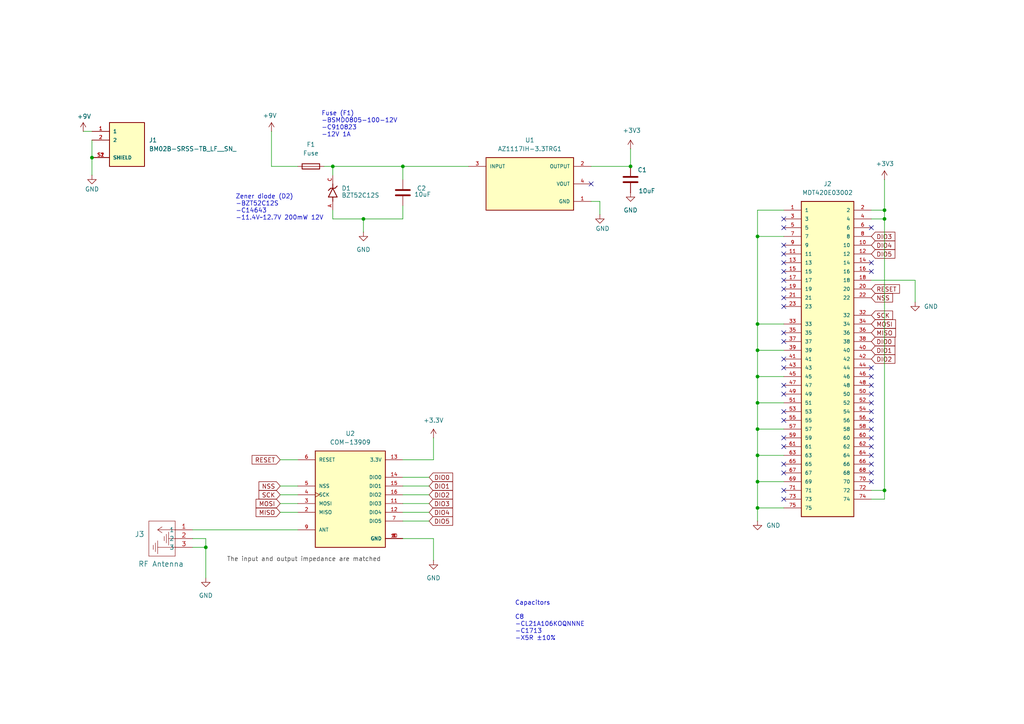
<source format=kicad_sch>
(kicad_sch (version 20231120) (generator "eeschema") (generator_version "8.0")
  (paper "A4")
  (title_block (title "Wireles MBuS Module") (date "2024-11-26") (rev "v0.0.1") (company "Abstract Machines") (comment 1 "Designed By: Rodney Osodo") (comment 2 "Approved By:"))
  (lib_symbols
    (symbol "2024-10-22_09-22-32:CONUFL001-SMD-T" (pin_names (offset 0.254))
      (property "Reference" "J" (at 8.89 6.35 0))
      (property "Value" "CONUFL001-SMD-T" (at 0 0 0))
      (symbol "CONUFL001-SMD-T_1_1"
        (polyline (pts (xy 5.08 -7.62) (xy 12.7 -7.62)) (stroke (width 0.127)))
        (polyline (pts (xy 5.08 -5.08) (xy 10.16 -5.08)) (stroke (width 0.127)))
        (polyline (pts (xy 5.08 -2.54) (xy 6.985 -2.54)) (stroke (width 0.127)))
        (polyline (pts (xy 5.08 2.54) (xy 5.08 -7.62)) (stroke (width 0.127)))
        (polyline (pts (xy 6.985 -0.635) (xy 6.985 -4.445)) (stroke (width 0.127)))
        (polyline (pts (xy 7.62 -1.27) (xy 7.62 -3.81)) (stroke (width 0.127)))
        (polyline (pts (xy 8.255 -1.905) (xy 8.255 -3.175)) (stroke (width 0.127)))
        (polyline (pts (xy 10.16 -3.175) (xy 10.16 -6.985)) (stroke (width 0.127)))
        (polyline (pts (xy 10.16 0) (xy 5.08 0)) (stroke (width 0.127)))
        (polyline (pts (xy 10.16 0) (xy 8.89 -0.8467)) (stroke (width 0.127)))
        (polyline (pts (xy 10.16 0) (xy 8.89 0.8467)) (stroke (width 0.127)))
        (polyline (pts (xy 10.795 -3.81) (xy 10.795 -6.35)) (stroke (width 0.127)))
        (polyline (pts (xy 11.43 -4.445) (xy 11.43 -5.715)) (stroke (width 0.127)))
        (polyline (pts (xy 12.7 -7.62) (xy 12.7 2.54)) (stroke (width 0.127)))
        (polyline (pts (xy 12.7 2.54) (xy 5.08 2.54)) (stroke (width 0.127)))
        (pin unspecified line (at 0 0 0) (length 5.08) (name "1") (number "1"))
        (pin unspecified line (at 0 -2.54 0) (length 5.08) (name "2") (number "2"))
        (pin unspecified line (at 0 -5.08 0) (length 5.08) (name "3") (number "3"))
      )
      (symbol "CONUFL001-SMD-T_1_2"
        (polyline (pts (xy 5.08 -7.62) (xy 12.7 -7.62)) (stroke (width 0.127)))
        (polyline (pts (xy 5.08 -5.08) (xy 10.16 -5.08)) (stroke (width 0.127)))
        (polyline (pts (xy 5.08 -2.54) (xy 6.985 -2.54)) (stroke (width 0.127)))
        (polyline (pts (xy 5.08 2.54) (xy 5.08 -7.62)) (stroke (width 0.127)))
        (polyline (pts (xy 6.985 -0.635) (xy 6.985 -4.445)) (stroke (width 0.127)))
        (polyline (pts (xy 7.62 -1.27) (xy 7.62 -3.81)) (stroke (width 0.127)))
        (polyline (pts (xy 7.62 0) (xy 5.08 0)) (stroke (width 0.127)))
        (polyline (pts (xy 7.62 0) (xy 8.89 -0.8467)) (stroke (width 0.127)))
        (polyline (pts (xy 7.62 0) (xy 8.89 0.8467)) (stroke (width 0.127)))
        (polyline (pts (xy 8.255 -1.905) (xy 8.255 -3.175)) (stroke (width 0.127)))
        (polyline (pts (xy 10.16 -3.175) (xy 10.16 -6.985)) (stroke (width 0.127)))
        (polyline (pts (xy 10.795 -3.81) (xy 10.795 -6.35)) (stroke (width 0.127)))
        (polyline (pts (xy 11.43 -4.445) (xy 11.43 -5.715)) (stroke (width 0.127)))
        (polyline (pts (xy 12.7 -7.62) (xy 12.7 2.54)) (stroke (width 0.127)))
        (polyline (pts (xy 12.7 2.54) (xy 5.08 2.54)) (stroke (width 0.127)))
        (pin unspecified line (at 0 0 0) (length 5.08) (name "1") (number "1"))
        (pin unspecified line (at 0 -2.54 0) (length 5.08) (name "2") (number "2"))
        (pin unspecified line (at 0 -5.08 0) (length 5.08) (name "3") (number "3"))
      )
    )
    (symbol "AZ1117IH-3.3TRG1:AZ1117IH-3.3TRG1" (pin_names (offset 1.016))
      (property "Reference" "U" (at -12.7 8.128 0))
      (property "Value" "AZ1117IH-3.3TRG1" (at -12.7 -10.16 0))
      (symbol "AZ1117IH-3.3TRG1_0_0"
        (rectangle (start -12.7 -7.62) (end 12.7 7.62) (stroke (width 0.254)) (fill (type background)))
        (pin power_in line (at 17.78 -5.08 180) (length 5.08) (name "GND") (number "1"))
        (pin output line (at 17.78 5.08 180) (length 5.08) (name "OUTPUT") (number "2"))
        (pin input line (at -17.78 5.08 0) (length 5.08) (name "INPUT") (number "3"))
        (pin output line (at 17.78 0 180) (length 5.08) (name "VOUT") (number "4"))
      )
    )
    (symbol "BM02B-SRSS-TB_LF__SN_:BM02B-SRSS-TB_LF__SN_" (pin_names (offset 1.016))
      (property "Reference" "J" (at -5.08 8.382 0))
      (property "Value" "BM02B-SRSS-TB_LF__SN_" (at -5.08 -7.62 0))
      (symbol "BM02B-SRSS-TB_LF__SN__0_0"
        (rectangle (start -5.08 -5.08) (end 5.08 7.62) (stroke (width 0.254)) (fill (type background)))
        (pin passive line (at -10.16 5.08 0) (length 5.08) (name "1") (number "1"))
        (pin passive line (at -10.16 2.54 0) (length 5.08) (name "2") (number "2"))
        (pin passive line (at -10.16 -2.54 0) (length 5.08) (name "SHIELD") (number "S1"))
        (pin passive line (at -10.16 -2.54 0) (length 5.08) (name "SHIELD") (number "S2"))
      )
    )
    (symbol "BZT52C12S:BZT52C12S" (pin_names (offset 1.016))
      (property "Reference" "D" (at -5.08 2.54 0))
      (property "Value" "BZT52C12S" (at -5.08 -3.81 0))
      (symbol "BZT52C12S_0_0"
        (polyline (pts (xy -2.54 0) (xy -1.27 0)) (stroke (width 0.254)))
        (polyline (pts (xy -1.27 -1.27) (xy 1.27 0)) (stroke (width 0.254)))
        (polyline (pts (xy -1.27 0) (xy -1.27 -1.27)) (stroke (width 0.254)))
        (polyline (pts (xy -1.27 1.27) (xy -1.27 0)) (stroke (width 0.254)))
        (polyline (pts (xy 0.635 1.27) (xy 1.27 0.635)) (stroke (width 0.254)))
        (polyline (pts (xy 1.27 -0.635) (xy 1.905 -1.27)) (stroke (width 0.254)))
        (polyline (pts (xy 1.27 0) (xy -1.27 1.27)) (stroke (width 0.254)))
        (polyline (pts (xy 1.27 0) (xy 1.27 -0.635)) (stroke (width 0.254)))
        (polyline (pts (xy 1.27 0.635) (xy 1.27 0)) (stroke (width 0.254)))
        (polyline (pts (xy 2.54 0) (xy 1.27 0)) (stroke (width 0.254)))
        (pin passive line (at -5.08 0 0) (length 2.54) (name "~") (number "A"))
        (pin passive line (at 5.08 0 180) (length 2.54) (name "~") (number "C"))
      )
    )
    (symbol "COM-13909:COM-13909" (pin_names (offset 1.016))
      (property "Reference" "U" (at -10.9497 13.2415 0))
      (property "Value" "COM-13909" (at -10.4265 -17.0385 0))
      (symbol "COM-13909_0_0"
        (rectangle (start -10.16 -15.24) (end 10.16 12.7) (stroke (width 0.254)) (fill (type background)))
        (pin power_in line (at 15.24 -12.7 180) (length 5.08) (name "GND") (number "1"))
        (pin power_in line (at 15.24 -12.7 180) (length 5.08) (name "GND") (number "10"))
        (pin bidirectional line (at 15.24 -2.54 180) (length 5.08) (name "DIO3") (number "11"))
        (pin bidirectional line (at 15.24 -5.08 180) (length 5.08) (name "DIO4") (number "12"))
        (pin power_in line (at 15.24 10.16 180) (length 5.08) (name "3.3V") (number "13"))
        (pin bidirectional line (at 15.24 5.08 180) (length 5.08) (name "DIO0") (number "14"))
        (pin bidirectional line (at 15.24 2.54 180) (length 5.08) (name "DIO1") (number "15"))
        (pin bidirectional line (at 15.24 0 180) (length 5.08) (name "DIO2") (number "16"))
        (pin input line (at -15.24 -5.08 0) (length 5.08) (name "MISO") (number "2"))
        (pin output line (at -15.24 -2.54 0) (length 5.08) (name "MOSI") (number "3"))
        (pin input clock (at -15.24 0 0) (length 5.08) (name "SCK") (number "4"))
        (pin input line (at -15.24 2.54 0) (length 5.08) (name "NSS") (number "5"))
        (pin bidirectional line (at -15.24 10.16 0) (length 5.08) (name "RESET") (number "6"))
        (pin bidirectional line (at 15.24 -7.62 180) (length 5.08) (name "DIO5") (number "7"))
        (pin power_in line (at 15.24 -12.7 180) (length 5.08) (name "GND") (number "8"))
        (pin bidirectional line (at -15.24 -10.16 0) (length 5.08) (name "ANT") (number "9"))
      )
    )
    (symbol "Device:C" (pin_numbers hide) (pin_names (offset 0.254))
      (property "Reference" "C" (at 0.635 2.54 0))
      (property "Value" "C" (at 0.635 -2.54 0))
      (symbol "C_0_1"
        (polyline (pts (xy -2.032 -0.762) (xy 2.032 -0.762)) (stroke (width 0.508)))
        (polyline (pts (xy -2.032 0.762) (xy 2.032 0.762)) (stroke (width 0.508)))
      )
      (symbol "C_1_1"
        (pin passive line (at 0 3.81 270) (length 2.794) (name "~") (number "1"))
        (pin passive line (at 0 -3.81 90) (length 2.794) (name "~") (number "2"))
      )
    )
    (symbol "Device:Fuse" (pin_numbers hide) (pin_names (offset 0))
      (property "Reference" "F" (at 2.032 0 90))
      (property "Value" "Fuse" (at -1.905 0 90))
      (symbol "Fuse_0_1"
        (rectangle (start -0.762 -2.54) (end 0.762 2.54) (stroke (width 0.254)))
        (polyline (pts (xy 0 2.54) (xy 0 -2.54)))
      )
      (symbol "Fuse_1_1"
        (pin passive line (at 0 3.81 270) (length 1.27) (name "~") (number "1"))
        (pin passive line (at 0 -3.81 90) (length 1.27) (name "~") (number "2"))
      )
    )
    (symbol "MDT420E03002:MDT420E03002" (pin_names (offset 1.016))
      (property "Reference" "J" (at -7.62 46.482 0))
      (property "Value" "MDT420E03002" (at -7.62 -48.26 0))
      (symbol "MDT420E03002_0_0"
        (rectangle (start -7.62 -45.72) (end 7.62 45.72) (stroke (width 0.254)) (fill (type background)))
        (pin passive line (at -12.7 43.18 0) (length 5.08) (name "1") (number "1"))
        (pin passive line (at 12.7 33.02 180) (length 5.08) (name "10") (number "10"))
        (pin passive line (at -12.7 30.48 0) (length 5.08) (name "11") (number "11"))
        (pin passive line (at 12.7 30.48 180) (length 5.08) (name "12") (number "12"))
        (pin passive line (at -12.7 27.94 0) (length 5.08) (name "13") (number "13"))
        (pin passive line (at 12.7 27.94 180) (length 5.08) (name "14") (number "14"))
        (pin passive line (at -12.7 25.4 0) (length 5.08) (name "15") (number "15"))
        (pin passive line (at 12.7 25.4 180) (length 5.08) (name "16") (number "16"))
        (pin passive line (at -12.7 22.86 0) (length 5.08) (name "17") (number "17"))
        (pin passive line (at 12.7 22.86 180) (length 5.08) (name "18") (number "18"))
        (pin passive line (at -12.7 20.32 0) (length 5.08) (name "19") (number "19"))
        (pin passive line (at 12.7 43.18 180) (length 5.08) (name "2") (number "2"))
        (pin passive line (at 12.7 20.32 180) (length 5.08) (name "20") (number "20"))
        (pin passive line (at -12.7 17.78 0) (length 5.08) (name "21") (number "21"))
        (pin passive line (at 12.7 17.78 180) (length 5.08) (name "22") (number "22"))
        (pin passive line (at -12.7 15.24 0) (length 5.08) (name "23") (number "23"))
        (pin passive line (at -12.7 40.64 0) (length 5.08) (name "3") (number "3"))
        (pin passive line (at 12.7 12.7 180) (length 5.08) (name "32") (number "32"))
        (pin passive line (at -12.7 10.16 0) (length 5.08) (name "33") (number "33"))
        (pin passive line (at 12.7 10.16 180) (length 5.08) (name "34") (number "34"))
        (pin passive line (at -12.7 7.62 0) (length 5.08) (name "35") (number "35"))
        (pin passive line (at 12.7 7.62 180) (length 5.08) (name "36") (number "36"))
        (pin passive line (at -12.7 5.08 0) (length 5.08) (name "37") (number "37"))
        (pin passive line (at 12.7 5.08 180) (length 5.08) (name "38") (number "38"))
        (pin passive line (at -12.7 2.54 0) (length 5.08) (name "39") (number "39"))
        (pin passive line (at 12.7 40.64 180) (length 5.08) (name "4") (number "4"))
        (pin passive line (at 12.7 2.54 180) (length 5.08) (name "40") (number "40"))
        (pin passive line (at -12.7 0 0) (length 5.08) (name "41") (number "41"))
        (pin passive line (at 12.7 0 180) (length 5.08) (name "42") (number "42"))
        (pin passive line (at -12.7 -2.54 0) (length 5.08) (name "43") (number "43"))
        (pin passive line (at 12.7 -2.54 180) (length 5.08) (name "44") (number "44"))
        (pin passive line (at -12.7 -5.08 0) (length 5.08) (name "45") (number "45"))
        (pin passive line (at 12.7 -5.08 180) (length 5.08) (name "46") (number "46"))
        (pin passive line (at -12.7 -7.62 0) (length 5.08) (name "47") (number "47"))
        (pin passive line (at 12.7 -7.62 180) (length 5.08) (name "48") (number "48"))
        (pin passive line (at -12.7 -10.16 0) (length 5.08) (name "49") (number "49"))
        (pin passive line (at -12.7 38.1 0) (length 5.08) (name "5") (number "5"))
        (pin passive line (at 12.7 -10.16 180) (length 5.08) (name "50") (number "50"))
        (pin passive line (at -12.7 -12.7 0) (length 5.08) (name "51") (number "51"))
        (pin passive line (at 12.7 -12.7 180) (length 5.08) (name "52") (number "52"))
        (pin passive line (at -12.7 -15.24 0) (length 5.08) (name "53") (number "53"))
        (pin passive line (at 12.7 -15.24 180) (length 5.08) (name "54") (number "54"))
        (pin passive line (at -12.7 -17.78 0) (length 5.08) (name "55") (number "55"))
        (pin passive line (at 12.7 -17.78 180) (length 5.08) (name "56") (number "56"))
        (pin passive line (at -12.7 -20.32 0) (length 5.08) (name "57") (number "57"))
        (pin passive line (at 12.7 -20.32 180) (length 5.08) (name "58") (number "58"))
        (pin passive line (at -12.7 -22.86 0) (length 5.08) (name "59") (number "59"))
        (pin passive line (at 12.7 38.1 180) (length 5.08) (name "6") (number "6"))
        (pin passive line (at 12.7 -22.86 180) (length 5.08) (name "60") (number "60"))
        (pin passive line (at -12.7 -25.4 0) (length 5.08) (name "61") (number "61"))
        (pin passive line (at 12.7 -25.4 180) (length 5.08) (name "62") (number "62"))
        (pin passive line (at -12.7 -27.94 0) (length 5.08) (name "63") (number "63"))
        (pin passive line (at 12.7 -27.94 180) (length 5.08) (name "64") (number "64"))
        (pin passive line (at -12.7 -30.48 0) (length 5.08) (name "65") (number "65"))
        (pin passive line (at 12.7 -30.48 180) (length 5.08) (name "66") (number "66"))
        (pin passive line (at -12.7 -33.02 0) (length 5.08) (name "67") (number "67"))
        (pin passive line (at 12.7 -33.02 180) (length 5.08) (name "68") (number "68"))
        (pin passive line (at -12.7 -35.56 0) (length 5.08) (name "69") (number "69"))
        (pin passive line (at -12.7 35.56 0) (length 5.08) (name "7") (number "7"))
        (pin passive line (at 12.7 -35.56 180) (length 5.08) (name "70") (number "70"))
        (pin passive line (at -12.7 -38.1 0) (length 5.08) (name "71") (number "71"))
        (pin passive line (at 12.7 -38.1 180) (length 5.08) (name "72") (number "72"))
        (pin passive line (at -12.7 -40.64 0) (length 5.08) (name "73") (number "73"))
        (pin passive line (at 12.7 -40.64 180) (length 5.08) (name "74") (number "74"))
        (pin passive line (at -12.7 -43.18 0) (length 5.08) (name "75") (number "75"))
        (pin passive line (at 12.7 35.56 180) (length 5.08) (name "8") (number "8"))
        (pin passive line (at -12.7 33.02 0) (length 5.08) (name "9") (number "9"))
      )
    )
    (symbol "power:+3.3V" (power) (pin_numbers hide) (pin_names (offset 0) hide)
      (property "Value" "+3.3V" (at 0 3.556 0))
      (symbol "+3.3V_0_1"
        (polyline (pts (xy -0.762 1.27) (xy 0 2.54)))
        (polyline (pts (xy 0 0) (xy 0 2.54)))
        (polyline (pts (xy 0 2.54) (xy 0.762 1.27)))
      )
      (symbol "+3.3V_1_1"
        (pin power_in line (at 0 0 90) (length 0) (name "~") (number "1"))
      )
    )
    (symbol "power:+3V3" (power) (pin_numbers hide) (pin_names (offset 0) hide)
      (property "Value" "+3V3" (at 0 3.556 0))
      (symbol "+3V3_0_1"
        (polyline (pts (xy -0.762 1.27) (xy 0 2.54)))
        (polyline (pts (xy 0 0) (xy 0 2.54)))
        (polyline (pts (xy 0 2.54) (xy 0.762 1.27)))
      )
      (symbol "+3V3_1_1"
        (pin power_in line (at 0 0 90) (length 0) (name "~") (number "1"))
      )
    )
    (symbol "power:+9V" (power) (pin_numbers hide) (pin_names (offset 0) hide)
      (property "Value" "+9V" (at 0 3.556 0))
      (symbol "+9V_0_1"
        (polyline (pts (xy -0.762 1.27) (xy 0 2.54)))
        (polyline (pts (xy 0 0) (xy 0 2.54)))
        (polyline (pts (xy 0 2.54) (xy 0.762 1.27)))
      )
      (symbol "+9V_1_1"
        (pin power_in line (at 0 0 90) (length 0) (name "~") (number "1"))
      )
    )
    (symbol "power:GND" (power) (pin_numbers hide) (pin_names (offset 0) hide)
      (property "Value" "GND" (at 0 -3.81 0))
      (symbol "GND_0_1"
        (polyline (pts (xy 0 0) (xy 0 -1.27) (xy 1.27 -1.27) (xy 0 -2.54) (xy -1.27 -1.27) (xy 0 -1.27)))
      )
      (symbol "GND_1_1"
        (pin power_in line (at 0 0 270) (length 0) (name "~") (number "1"))
      )
    )
    (symbol "power:GND1" (power) (pin_numbers hide) (pin_names (offset 0) hide)
      (property "Value" "GND1" (at 0 -3.81 0))
      (symbol "GND1_0_1"
        (polyline (pts (xy 0 0) (xy 0 -1.27) (xy 1.27 -1.27) (xy 0 -2.54) (xy -1.27 -1.27) (xy 0 -1.27)))
      )
      (symbol "GND1_1_1"
        (pin power_in line (at 0 0 270) (length 0) (name "~") (number "1"))
      )
    )
  )
  (junction (at 219.71 147.32))
  (junction (at 219.71 101.6))
  (junction (at 219.71 68.58))
  (junction (at 219.71 139.7))
  (junction (at 96.52 48.26))
  (junction (at 219.71 109.22))
  (junction (at 105.41 63.5))
  (junction (at 219.71 116.84))
  (junction (at 256.54 63.5))
  (junction (at 219.71 132.08))
  (junction (at 219.71 124.46))
  (junction (at 116.84 48.26))
  (junction (at 219.71 93.98))
  (junction (at 256.54 142.24))
  (junction (at 256.54 60.96))
  (junction (at 59.69 158.75))
  (junction (at 182.88 48.26))
  (junction (at 26.67 45.72))
  (no_connect (at 252.73 78.74))
  (no_connect (at 252.73 139.7))
  (no_connect (at 227.33 71.12))
  (no_connect (at 227.33 86.36))
  (no_connect (at 252.73 76.2))
  (no_connect (at 252.73 121.92))
  (no_connect (at 227.33 81.28))
  (no_connect (at 252.73 106.68))
  (no_connect (at 252.73 114.3))
  (no_connect (at 227.33 99.06))
  (no_connect (at 252.73 116.84))
  (no_connect (at 252.73 66.04))
  (no_connect (at 227.33 66.04))
  (no_connect (at 227.33 104.14))
  (no_connect (at 252.73 109.22))
  (no_connect (at 227.33 144.78))
  (no_connect (at 227.33 134.62))
  (no_connect (at 252.73 111.76))
  (no_connect (at 171.45 53.34))
  (no_connect (at 252.73 134.62))
  (no_connect (at 227.33 119.38))
  (no_connect (at 227.33 63.5))
  (no_connect (at 252.73 119.38))
  (no_connect (at 227.33 78.74))
  (no_connect (at 227.33 129.54))
  (no_connect (at 227.33 76.2))
  (no_connect (at 227.33 88.9))
  (no_connect (at 252.73 127))
  (no_connect (at 227.33 73.66))
  (no_connect (at 252.73 137.16))
  (no_connect (at 227.33 111.76))
  (no_connect (at 252.73 132.08))
  (no_connect (at 227.33 114.3))
  (no_connect (at 227.33 137.16))
  (no_connect (at 227.33 83.82))
  (no_connect (at 227.33 142.24))
  (no_connect (at 227.33 106.68))
  (no_connect (at 252.73 124.46))
  (no_connect (at 227.33 121.92))
  (no_connect (at 227.33 96.52))
  (no_connect (at 227.33 127))
  (no_connect (at 252.73 129.54))
  (wire (pts (xy 59.69 156.21) (xy 59.69 158.75)))
  (wire (pts (xy 219.71 68.58) (xy 219.71 93.98)))
  (wire (pts (xy 219.71 109.22) (xy 227.33 109.22)))
  (wire (pts (xy 219.71 109.22) (xy 219.71 116.84)))
  (wire (pts (xy 124.46 140.97) (xy 116.84 140.97)))
  (wire (pts (xy 252.73 144.78) (xy 256.54 144.78)))
  (wire (pts (xy 81.28 148.59) (xy 86.36 148.59)))
  (wire (pts (xy 219.71 132.08) (xy 227.33 132.08)))
  (wire (pts (xy 219.71 124.46) (xy 227.33 124.46)))
  (wire (pts (xy 219.71 93.98) (xy 227.33 93.98)))
  (wire (pts (xy 219.71 60.96) (xy 219.71 68.58)))
  (wire (pts (xy 219.71 60.96) (xy 227.33 60.96)))
  (wire (pts (xy 55.88 153.67) (xy 86.36 153.67)))
  (wire (pts (xy 55.88 156.21) (xy 59.69 156.21)))
  (wire (pts (xy 182.88 43.18) (xy 182.88 48.26)))
  (wire (pts (xy 96.52 63.5) (xy 105.41 63.5)))
  (wire (pts (xy 78.74 38.1) (xy 78.74 48.26)))
  (wire (pts (xy 219.71 68.58) (xy 227.33 68.58)))
  (wire (pts (xy 173.99 58.42) (xy 171.45 58.42)))
  (wire (pts (xy 26.67 40.64) (xy 26.67 45.72)))
  (wire (pts (xy 124.46 138.43) (xy 116.84 138.43)))
  (wire (pts (xy 81.28 143.51) (xy 86.36 143.51)))
  (wire (pts (xy 96.52 60.96) (xy 96.52 63.5)))
  (wire (pts (xy 116.84 48.26) (xy 116.84 52.07)))
  (wire (pts (xy 116.84 48.26) (xy 135.89 48.26)))
  (wire (pts (xy 78.74 48.26) (xy 86.36 48.26)))
  (wire (pts (xy 81.28 146.05) (xy 86.36 146.05)))
  (wire (pts (xy 81.28 133.35) (xy 86.36 133.35)))
  (wire (pts (xy 265.43 87.63) (xy 265.43 81.28)))
  (wire (pts (xy 219.71 124.46) (xy 219.71 132.08)))
  (wire (pts (xy 252.73 63.5) (xy 256.54 63.5)))
  (wire (pts (xy 256.54 142.24) (xy 256.54 144.78)))
  (wire (pts (xy 125.73 133.35) (xy 125.73 127)))
  (wire (pts (xy 96.52 48.26) (xy 116.84 48.26)))
  (wire (pts (xy 116.84 59.69) (xy 116.84 63.5)))
  (wire (pts (xy 173.99 62.23) (xy 173.99 58.42)))
  (wire (pts (xy 124.46 151.13) (xy 116.84 151.13)))
  (wire (pts (xy 125.73 156.21) (xy 116.84 156.21)))
  (wire (pts (xy 24.13 38.1) (xy 26.67 38.1)))
  (wire (pts (xy 124.46 143.51) (xy 116.84 143.51)))
  (wire (pts (xy 256.54 60.96) (xy 252.73 60.96)))
  (wire (pts (xy 124.46 148.59) (xy 116.84 148.59)))
  (wire (pts (xy 265.43 81.28) (xy 252.73 81.28)))
  (wire (pts (xy 171.45 48.26) (xy 182.88 48.26)))
  (wire (pts (xy 55.88 158.75) (xy 59.69 158.75)))
  (wire (pts (xy 105.41 67.31) (xy 105.41 63.5)))
  (wire (pts (xy 219.71 139.7) (xy 227.33 139.7)))
  (wire (pts (xy 252.73 142.24) (xy 256.54 142.24)))
  (wire (pts (xy 116.84 133.35) (xy 125.73 133.35)))
  (wire (pts (xy 219.71 132.08) (xy 219.71 139.7)))
  (wire (pts (xy 125.73 162.56) (xy 125.73 156.21)))
  (wire (pts (xy 219.71 101.6) (xy 219.71 109.22)))
  (wire (pts (xy 116.84 63.5) (xy 105.41 63.5)))
  (wire (pts (xy 256.54 52.07) (xy 256.54 60.96)))
  (wire (pts (xy 96.52 48.26) (xy 93.98 48.26)))
  (wire (pts (xy 256.54 60.96) (xy 256.54 63.5)))
  (wire (pts (xy 59.69 158.75) (xy 59.69 167.64)))
  (wire (pts (xy 124.46 146.05) (xy 116.84 146.05)))
  (wire (pts (xy 219.71 116.84) (xy 227.33 116.84)))
  (wire (pts (xy 26.67 50.8) (xy 26.67 45.72)))
  (wire (pts (xy 256.54 63.5) (xy 256.54 142.24)))
  (wire (pts (xy 219.71 93.98) (xy 219.71 101.6)))
  (wire (pts (xy 219.71 151.13) (xy 219.71 147.32)))
  (wire (pts (xy 219.71 147.32) (xy 227.33 147.32)))
  (wire (pts (xy 219.71 116.84) (xy 219.71 124.46)))
  (wire (pts (xy 219.71 101.6) (xy 227.33 101.6)))
  (wire (pts (xy 96.52 48.26) (xy 96.52 50.8)))
  (wire (pts (xy 81.28 140.97) (xy 86.36 140.97)))
  (wire (pts (xy 219.71 139.7) (xy 219.71 147.32)))
  (text "Zener diode (D2)\n-BZT52C12S\n-C14643\n-11.4V~12.7V 200mW 12V" (at 68.326 60.198 0) (effects (font (size 1.27 1.27)) (justify left)))
  (text "Fuse (F1)\n-BSMD0805-100-12V \n-C910823 \n-12V 1A \n" (at 93.218 36.068 0) (effects (font (size 1.27 1.27)) (justify left)))
  (text "Capacitors\n\nC8\n-CL21A106KOQNNNE\n-C1713\n-X5R ±10%\n" (at 149.352 180.086 0) (effects (font (size 1.27 1.27)) (justify left)))
  (text "The input and output impedance are matched\n" (at 65.786 162.306 0) (effects (font (size 1.27 1.27)) (justify left)))
  (global_label "DIO3" (shape input) (at 252.73 68.58 0) (property "Intersheetrefs" "${INTERSHEET_REFS}" (effects (hide yes))))
  (global_label "SCK" (shape input) (at 252.73 91.44 0) (property "Intersheetrefs" "${INTERSHEET_REFS}" (effects (hide yes))))
  (global_label "DIO1" (shape input) (at 252.73 101.6 0) (property "Intersheetrefs" "${INTERSHEET_REFS}" (effects (hide yes))))
  (global_label "RESET" (shape input) (at 252.73 83.82 0) (property "Intersheetrefs" "${INTERSHEET_REFS}" (effects (hide yes))))
  (global_label "DIO3" (shape input) (at 124.46 146.05 0) (property "Intersheetrefs" "${INTERSHEET_REFS}" (effects (hide yes))))
  (global_label "DIO4" (shape input) (at 252.73 71.12 0) (property "Intersheetrefs" "${INTERSHEET_REFS}" (effects (hide yes))))
  (global_label "NSS" (shape input) (at 252.73 86.36 0) (property "Intersheetrefs" "${INTERSHEET_REFS}" (effects (hide yes))))
  (global_label "DIO0" (shape input) (at 124.46 138.43 0) (property "Intersheetrefs" "${INTERSHEET_REFS}" (effects (hide yes))))
  (global_label "MISO" (shape input) (at 81.28 148.59 180) (property "Intersheetrefs" "${INTERSHEET_REFS}" (effects (hide yes))))
  (global_label "MOSI" (shape input) (at 252.73 93.98 0) (property "Intersheetrefs" "${INTERSHEET_REFS}" (effects (hide yes))))
  (global_label "DIO4" (shape input) (at 124.46 148.59 0) (property "Intersheetrefs" "${INTERSHEET_REFS}" (effects (hide yes))))
  (global_label "DIO2" (shape input) (at 252.73 104.14 0) (property "Intersheetrefs" "${INTERSHEET_REFS}" (effects (hide yes))))
  (global_label "RESET" (shape input) (at 81.28 133.35 180) (property "Intersheetrefs" "${INTERSHEET_REFS}" (effects (hide yes))))
  (global_label "DIO5" (shape input) (at 124.46 151.13 0) (property "Intersheetrefs" "${INTERSHEET_REFS}" (effects (hide yes))))
  (global_label "SCK" (shape input) (at 81.28 143.51 180) (property "Intersheetrefs" "${INTERSHEET_REFS}" (effects (hide yes))))
  (global_label "NSS" (shape input) (at 81.28 140.97 180) (property "Intersheetrefs" "${INTERSHEET_REFS}" (effects (hide yes))))
  (global_label "DIO1" (shape input) (at 124.46 140.97 0) (property "Intersheetrefs" "${INTERSHEET_REFS}" (effects (hide yes))))
  (global_label "DIO0" (shape input) (at 252.73 99.06 0) (property "Intersheetrefs" "${INTERSHEET_REFS}" (effects (hide yes))))
  (global_label "DIO5" (shape input) (at 252.73 73.66 0) (property "Intersheetrefs" "${INTERSHEET_REFS}" (effects (hide yes))))
  (global_label "MISO" (shape input) (at 252.73 96.52 0) (property "Intersheetrefs" "${INTERSHEET_REFS}" (effects (hide yes))))
  (global_label "DIO2" (shape input) (at 124.46 143.51 0) (property "Intersheetrefs" "${INTERSHEET_REFS}" (effects (hide yes))))
  (global_label "MOSI" (shape input) (at 81.28 146.05 180) (property "Intersheetrefs" "${INTERSHEET_REFS}" (effects (hide yes))))
  (symbol (lib_id "power:+3V3") (at 182.88 43.18 0) (unit 1)
    (property "Reference" "#PWR08" (effects (hide yes)))
    (property "Value" "+3V3" (at 180.594 37.846 0) (effects (justify left)))
    (property "Description" "Power symbol creates a global label with name \"+3V3\"" (effects (hide yes)))
  )
  (symbol (lib_id "Device:Fuse") (at 90.17 48.26 90) (unit 1)
    (property "Reference" "F1" (at 90.17 41.91 90))
    (property "Value" "Fuse" (at 90.17 44.45 90))
    (property "Footprint" "Fuse:Fuse_0402_1005Metric_Pad0.77x0.64mm_HandSolder" (effects (hide yes)))
    (property "Description" "Fuse" (effects (hide yes)))
  )
  (symbol (lib_id "Device:C") (at 116.84 55.88 0) (unit 1)
    (property "Reference" "C2" (at 120.904 54.61 0) (effects (justify left)))
    (property "Value" "10uF" (at 120.142 56.388 0) (effects (justify left)))
    (property "Footprint" "Capacitor_SMD:C_1206_3216Metric" (effects (hide yes)))
    (property "Description" "Unpolarized capacitor" (effects (hide yes)))
  )
  (symbol (lib_id "power:GND") (at 125.73 162.56 0) (unit 1)
    (property "Reference" "#PWR02" (effects (hide yes)))
    (property "Value" "GND" (at 125.73 167.64 0))
    (property "Description" "Power symbol creates a global label with name \"GND\" , ground" (effects (hide yes)))
  )
  (symbol (lib_id "AZ1117IH-3.3TRG1:AZ1117IH-3.3TRG1") (at 153.67 53.34 0) (unit 1)
    (property "Reference" "U1" (at 153.67 40.64 0))
    (property "Value" "AZ1117IH-3.3TRG1" (at 153.67 43.18 0))
    (property "Footprint" "AZ1117IH-3.3TRG1:SOT230P700X185-4N" (effects (hide yes)))
    (property "MF" "Diodes Inc." (effects (hide yes)))
    (property "SNAPEDA_PACKAGE_ID" "6532" (effects (hide yes)))
    (property "MAXIMUM_PACKAGE_HEIGHT" "1.85 mm" (effects (hide yes)))
    (property "Price" "None" (effects (hide yes)))
    (property "Package" "SOT-223 Diodes Inc." (effects (hide yes)))
    (property "Check_prices" "https://www.snapeda.com/parts/AZ1117IH-3.3TRG1/Diodes+Inc./view-part/?ref=eda" (effects (hide yes)))
    (property "STANDARD" "IPC 7351B" (effects (hide yes)))
    (property "PARTREV" "2-2" (effects (hide yes)))
    (property "SnapEDA_Link" "https://www.snapeda.com/parts/AZ1117IH-3.3TRG1/Diodes+Inc./view-part/?ref=snap" (effects (hide yes)))
    (property "MP" "AZ1117IH-3.3TRG1" (effects (hide yes)))
    (property "Description_1" "\n                        \n                            Linear Voltage Regulator IC Positive Fixed 1 Output  1A SOT-223-3\n                        \n" (effects (hide yes)))
    (property "MANUFACTURER" "Diodes Inc." (effects (hide yes)))
    (property "Availability" "In Stock" (effects (hide yes)))
    (property "SNAPEDA_PN" "AZ1117IH-3.3TRG1" (effects (hide yes)))
  )
  (symbol (lib_id "power:+3V3") (at 256.54 52.07 0) (unit 1)
    (property "Reference" "#PWR03" (effects (hide yes)))
    (property "Value" "+3V3" (at 254 47.498 0) (effects (justify left)))
    (property "Description" "Power symbol creates a global label with name \"+3V3\"" (effects (hide yes)))
  )
  (symbol (lib_id "power:+9V") (at 78.74 38.1 0) (unit 1)
    (property "Reference" "#PWR07" (effects (hide yes)))
    (property "Value" "+9V" (at 76.2 33.528 0) (effects (justify left)))
    (property "Description" "Power symbol creates a global label with name \"+9V\"" (effects (hide yes)))
  )
  (symbol (lib_id "power:GND") (at 105.41 67.31 0) (unit 1)
    (property "Reference" "#PWR011" (effects (hide yes)))
    (property "Value" "GND" (at 105.41 72.39 0))
  )
  (symbol (lib_id "power:GND1") (at 219.71 151.13 0) (unit 1)
    (property "Reference" "#PWR012" (effects (hide yes)))
    (property "Value" "GND" (at 222.25 152.3999 0) (effects (justify left)))
    (property "Description" "Power symbol creates a global label with name \"GND1\" , ground" (effects (hide yes)))
  )
  (symbol (lib_id "power:GND1") (at 173.99 62.23 0) (unit 1)
    (property "Reference" "#PWR010" (effects (hide yes)))
    (property "Value" "GND" (at 172.72 66.294 0) (effects (justify left)))
    (property "Description" "Power symbol creates a global label with name \"GND1\" , ground" (effects (hide yes)))
  )
  (symbol (lib_id "power:GND1") (at 26.67 50.8 0) (unit 1)
    (property "Reference" "#PWR05" (effects (hide yes)))
    (property "Value" "GND" (at 24.638 54.864 0) (effects (justify left)))
    (property "Description" "Power symbol creates a global label with name \"GND1\" , ground" (effects (hide yes)))
  )
  (symbol (lib_id "power:GND1") (at 265.43 87.63 0) (unit 1)
    (property "Reference" "#PWR06" (effects (hide yes)))
    (property "Value" "GND" (at 267.97 88.8999 0) (effects (justify left)))
    (property "Description" "Power symbol creates a global label with name \"GND1\" , ground" (effects (hide yes)))
  )
  (symbol (lib_id "BM02B-SRSS-TB_LF__SN_:BM02B-SRSS-TB_LF__SN_") (at 36.83 43.18 0) (unit 1)
    (property "Reference" "J1" (at 43.18 40.6399 0) (effects (justify left)))
    (property "Value" "BM02B-SRSS-TB_LF__SN_" (at 43.18 43.1799 0) (effects (justify left)))
    (property "Footprint" "BM02B-SRSS-TB_LF__SN_:JST_BM02B-SRSS-TB_LF__SN_" (effects (hide yes)))
    (property "MF" "JST Sales America Inc." (effects (hide yes)))
    (property "MAXIMUM_PACKAGE_HEIGHT" "6.3 mm" (effects (hide yes)))
    (property "Package" "None" (effects (hide yes)))
    (property "Price" "None" (effects (hide yes)))
    (property "Check_prices" "https://www.snapeda.com/parts/BM02B-SRSS-TB(LF)(SN)/JST/view-part/?ref=eda" (effects (hide yes)))
    (property "STANDARD" "Manufacturer Recommendations" (effects (hide yes)))
    (property "PARTREV" "N/A" (effects (hide yes)))
    (property "SnapEDA_Link" "https://www.snapeda.com/parts/BM02B-SRSS-TB(LF)(SN)/JST/view-part/?ref=snap" (effects (hide yes)))
    (property "MP" "BM02B-SRSS-TB(LF)(SN)" (effects (hide yes)))
    (property "Description_1" "\n                        \n                            Conn Shrouded Header (4 Sides) HDR 2 POS 1mm Solder ST Top Entry SMD T/R\n                        \n" (effects (hide yes)))
    (property "MANUFACTURER" "JST Sales America Inc." (effects (hide yes)))
    (property "Availability" "In Stock" (effects (hide yes)))
    (property "SNAPEDA_PN" "BM02B-SRSS-TB(LF)(SN)" (effects (hide yes)))
  )
  (symbol (lib_id "power:GND") (at 59.69 167.64 0) (unit 1)
    (property "Reference" "#PWR016" (effects (hide yes)))
    (property "Value" "GND" (at 59.69 172.72 0))
    (property "Description" "Power symbol creates a global label with name \"GND\" , ground" (effects (hide yes)))
  )
  (symbol (lib_id "2024-10-22_09-22-32:CONUFL001-SMD-T") (at 55.88 153.67 0) (mirror y) (unit 1)
    (property "Reference" "J3" (at 41.91 154.9399 0) (effects (font (size 1.524 1.524)) (justify left)))
    (property "Value" "RF Antenna" (at 53.34 163.576 0) (effects (font (size 1.524 1.524)) (justify left)))
    (property "Footprint" "CONUFL001_SMD_T:LINX_CONUFL001-SMD-T" (effects (hide yes)))
    (property "Datasheet" "CONUFL001-SMD-T" (effects (hide yes)))
  )
  (symbol (lib_id "BZT52C12S:BZT52C12S") (at 96.52 55.88 90) (unit 1)
    (property "Reference" "D1" (at 99.06 54.6099 90) (effects (justify right)))
    (property "Value" "BZT52C12S" (at 99.06 56.642 90) (effects (justify right)))
    (property "Footprint" "BZT52C12S:DIO_BZT52C12S" (effects (hide yes)))
    (property "MF" "Taiwan Semiconductor" (effects (hide yes)))
    (property "MAXIMUM_PACKAGE_HEIGHT" "1.1mm" (effects (hide yes)))
    (property "Package" "SOD-323F-2 Taiwan Semiconductor" (effects (hide yes)))
    (property "Price" "None" (effects (hide yes)))
    (property "Check_prices" "https://www.snapeda.com/parts/BZT52C12S/Taiwan+Semiconductor/view-part/?ref=eda" (effects (hide yes)))
    (property "STANDARD" "Manufacturer Recommendations" (effects (hide yes)))
    (property "PARTREV" "H2212" (effects (hide yes)))
    (property "SnapEDA_Link" "https://www.snapeda.com/parts/BZT52C12S/Taiwan+Semiconductor/view-part/?ref=snap" (effects (hide yes)))
    (property "MP" "BZT52C12S" (effects (hide yes)))
    (property "Description_1" "\n                        \n                            Zener Diode Single 12V 5% 25Ohm 200mW 2-Pin SOD-323F T/R\n                        \n" (effects (hide yes)))
    (property "SNAPEDA_PN" "UDZS3V6B RRG" (effects (hide yes)))
    (property "Availability" "In Stock" (effects (hide yes)))
    (property "MANUFACTURER" "Taiwan Semiconductor" (effects (hide yes)))
  )
  (symbol (lib_id "power:+9V") (at 24.13 38.1 0) (unit 1)
    (property "Reference" "#PWR04" (effects (hide yes)))
    (property "Value" "+9V" (at 22.352 33.782 0) (effects (justify left)))
    (property "Description" "Power symbol creates a global label with name \"+9V\"" (effects (hide yes)))
  )
  (symbol (lib_id "COM-13909:COM-13909") (at 101.6 143.51 0) (unit 1)
    (property "Reference" "U2" (at 101.6 125.73 0))
    (property "Value" "COM-13909" (at 101.6 128.27 0))
    (property "Footprint" "COM-13909:MOD_COM-13909" (effects (hide yes)))
    (property "MF" "HOPERF" (effects (hide yes)))
    (property "Description_1" "\n                        \n                            General ISM < 1GHz  Transceiver Module 915MHz  Surface Mount\n                        \n" (effects (hide yes)))
    (property "Package" "Module SparkFun Electronics" (effects (hide yes)))
    (property "Price" "None" (effects (hide yes)))
    (property "Check_prices" "https://www.snapeda.com/parts/RFM69HCW-315S2/HOPERF/view-part/?ref=eda" (effects (hide yes)))
    (property "SnapEDA_Link" "https://www.snapeda.com/parts/RFM69HCW-315S2/HOPERF/view-part/?ref=snap" (effects (hide yes)))
    (property "MP" "RFM69HCW-315S2" (effects (hide yes)))
    (property "Availability" "Not in stock" (effects (hide yes)))
    (property "MANUFACTURER" "SparkFun Electronics" (effects (hide yes)))
  )
  (symbol (lib_id "MDT420E03002:MDT420E03002") (at 240.03 104.14 0) (unit 1)
    (property "Reference" "J2" (at 240.03 53.34 0))
    (property "Value" "MDT420E03002" (at 240.03 55.88 0))
    (property "Footprint" "MDT420E03002:AMPHENOL_MDT420E03002" (effects (hide yes)))
    (property "MF" "Amphenol" (effects (hide yes)))
    (property "MAXIMUM_PACKAGE_HEIGHT" "5.8mm" (effects (hide yes)))
    (property "Package" "None" (effects (hide yes)))
    (property "Price" "None" (effects (hide yes)))
    (property "Check_prices" "https://www.snapeda.com/parts/MDT420E03002/Amphenol/view-part/?ref=eda" (effects (hide yes)))
    (property "STANDARD" "Manufacturer Recommendations" (effects (hide yes)))
    (property "PARTREV" "3" (effects (hide yes)))
    (property "SnapEDA_Link" "https://www.snapeda.com/parts/MDT420E03002/Amphenol/view-part/?ref=snap" (effects (hide yes)))
    (property "MP" "MDT420E03002" (effects (hide yes)))
    (property "Description_1" "\n                        \n                            PCIe M.2 Connectors, Storage and Server Connector, P=0.5mm, H=4.2mm, Key E,Gold Plating\n                        \n" (effects (hide yes)))
    (property "Availability" "In Stock" (effects (hide yes)))
    (property "MANUFACTURER" "Amphenol" (effects (hide yes)))
  )
  (symbol (lib_id "power:+3.3V") (at 125.73 127 0) (unit 1)
    (property "Reference" "#PWR01" (effects (hide yes)))
    (property "Value" "+3.3V" (at 125.73 121.92 0))
    (property "Description" "Power symbol creates a global label with name \"+3.3V\"" (effects (hide yes)))
  )
  (symbol (lib_id "power:GND") (at 182.88 55.88 0) (unit 1)
    (property "Reference" "#PWR09" (effects (hide yes)))
    (property "Value" "GND" (at 182.88 60.96 0))
  )
  (symbol (lib_id "Device:C") (at 182.88 52.07 0) (unit 1)
    (property "Reference" "C1" (at 184.912 49.276 0) (effects (justify left)))
    (property "Value" "10uF" (at 185.166 55.372 0) (effects (justify left)))
    (property "Footprint" "Capacitor_SMD:C_1206_3216Metric" (effects (hide yes)))
    (property "Description" "Unpolarized capacitor" (effects (hide yes)))
  )
)
</source>
